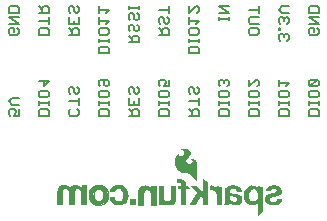
<source format=gbr>
G04 EAGLE Gerber RS-274X export*
G75*
%MOMM*%
%FSLAX34Y34*%
%LPD*%
%INSilkscreen Bottom*%
%IPPOS*%
%AMOC8*
5,1,8,0,0,1.08239X$1,22.5*%
G01*
%ADD10C,0.152400*%
%ADD11C,0.025400*%
%ADD12R,0.495300X0.485100*%

G36*
X193364Y36367D02*
X193364Y36367D01*
X193406Y36382D01*
X193408Y36387D01*
X193412Y36389D01*
X193441Y36462D01*
X193445Y36473D01*
X193445Y36474D01*
X193445Y51638D01*
X193443Y51643D01*
X193445Y51649D01*
X193375Y52480D01*
X193369Y52491D01*
X193370Y52506D01*
X193130Y53305D01*
X193122Y53315D01*
X193120Y53329D01*
X192719Y54061D01*
X192709Y54069D01*
X192704Y54082D01*
X192234Y54632D01*
X192223Y54637D01*
X192216Y54649D01*
X191646Y55094D01*
X191634Y55097D01*
X191624Y55107D01*
X190976Y55428D01*
X190964Y55429D01*
X190952Y55437D01*
X190253Y55621D01*
X190242Y55620D01*
X190231Y55625D01*
X189291Y55698D01*
X189282Y55695D01*
X189271Y55698D01*
X188331Y55625D01*
X188327Y55623D01*
X188321Y55624D01*
X187838Y55548D01*
X187799Y55523D01*
X187759Y55502D01*
X187758Y55498D01*
X187755Y55496D01*
X187745Y55451D01*
X187733Y55407D01*
X187735Y55403D01*
X187734Y55399D01*
X187759Y55361D01*
X187783Y55322D01*
X187787Y55321D01*
X187789Y55318D01*
X187830Y55309D01*
X187870Y55297D01*
X188028Y55313D01*
X188166Y55285D01*
X188299Y55214D01*
X189123Y54615D01*
X189241Y54501D01*
X189313Y54363D01*
X189406Y53948D01*
X189406Y53520D01*
X189313Y53104D01*
X189107Y52700D01*
X188794Y52372D01*
X188188Y52007D01*
X187510Y51800D01*
X186799Y51765D01*
X186189Y51862D01*
X185603Y52060D01*
X185060Y52353D01*
X184635Y52718D01*
X184320Y53178D01*
X184134Y53703D01*
X184091Y54259D01*
X184193Y54807D01*
X184433Y55310D01*
X184803Y55745D01*
X185001Y55955D01*
X185596Y56586D01*
X186191Y57217D01*
X186256Y57286D01*
X186259Y57296D01*
X186268Y57302D01*
X187455Y59060D01*
X187457Y59073D01*
X187467Y59083D01*
X187747Y59771D01*
X187746Y59786D01*
X187755Y59801D01*
X187854Y60536D01*
X187850Y60551D01*
X187855Y60568D01*
X187768Y61305D01*
X187760Y61318D01*
X187760Y61336D01*
X187493Y62028D01*
X187482Y62039D01*
X187478Y62056D01*
X187047Y62659D01*
X187037Y62666D01*
X187031Y62678D01*
X186335Y63336D01*
X186327Y63339D01*
X186322Y63347D01*
X185545Y63907D01*
X185535Y63910D01*
X185527Y63918D01*
X184747Y64306D01*
X184735Y64307D01*
X184724Y64315D01*
X183884Y64546D01*
X183872Y64545D01*
X183860Y64551D01*
X182992Y64617D01*
X182982Y64613D01*
X182970Y64617D01*
X182070Y64531D01*
X182061Y64527D01*
X182051Y64528D01*
X181173Y64308D01*
X181165Y64302D01*
X181153Y64301D01*
X180925Y64200D01*
X180569Y64048D01*
X180568Y64048D01*
X180064Y63827D01*
X180054Y63816D01*
X180037Y63811D01*
X179602Y63473D01*
X179599Y63466D01*
X179591Y63462D01*
X179566Y63437D01*
X179563Y63436D01*
X179528Y63344D01*
X179569Y63255D01*
X179654Y63222D01*
X180257Y63222D01*
X180768Y63165D01*
X181258Y63026D01*
X181739Y62771D01*
X182134Y62401D01*
X182420Y61941D01*
X182577Y61422D01*
X182589Y61119D01*
X182530Y60819D01*
X182324Y60325D01*
X182041Y59867D01*
X181690Y59457D01*
X181278Y59103D01*
X180376Y58452D01*
X179888Y58203D01*
X179359Y58105D01*
X178820Y58163D01*
X178646Y58228D01*
X178285Y58477D01*
X178011Y58816D01*
X177967Y58919D01*
X177951Y59039D01*
X177951Y59919D01*
X177934Y59960D01*
X177920Y60002D01*
X177915Y60005D01*
X177913Y60010D01*
X177872Y60026D01*
X177832Y60045D01*
X177826Y60043D01*
X177821Y60045D01*
X177794Y60033D01*
X177745Y60017D01*
X176619Y59096D01*
X176613Y59084D01*
X176601Y59077D01*
X175694Y57940D01*
X175691Y57929D01*
X175682Y57921D01*
X175180Y56987D01*
X175179Y56977D01*
X175173Y56969D01*
X174815Y55972D01*
X174815Y55962D01*
X174810Y55953D01*
X174603Y54914D01*
X174605Y54904D01*
X174604Y54902D01*
X174605Y54902D01*
X174601Y54893D01*
X174541Y52965D01*
X174545Y52954D01*
X174542Y52942D01*
X174830Y51035D01*
X174836Y51025D01*
X174836Y51013D01*
X175464Y49189D01*
X175471Y49180D01*
X175473Y49168D01*
X176420Y47487D01*
X176428Y47481D01*
X176431Y47470D01*
X177316Y46363D01*
X177323Y46360D01*
X177325Y46354D01*
X177326Y46354D01*
X177328Y46350D01*
X178359Y45378D01*
X178367Y45375D01*
X178373Y45367D01*
X179530Y44550D01*
X179540Y44548D01*
X179548Y44540D01*
X180778Y43940D01*
X180789Y43939D01*
X180799Y43931D01*
X182118Y43563D01*
X182129Y43565D01*
X182140Y43559D01*
X183504Y43435D01*
X183509Y43437D01*
X183515Y43435D01*
X185790Y43435D01*
X186158Y43370D01*
X186509Y43243D01*
X187499Y42654D01*
X188353Y41872D01*
X193225Y36390D01*
X193229Y36388D01*
X193231Y36383D01*
X193273Y36367D01*
X193314Y36348D01*
X193318Y36350D01*
X193323Y36348D01*
X193364Y36367D01*
G37*
G36*
X244731Y7673D02*
X244731Y7673D01*
X244733Y7672D01*
X244754Y7681D01*
X244814Y7704D01*
X248954Y11438D01*
X248956Y11444D01*
X248962Y11447D01*
X248986Y11507D01*
X248995Y11528D01*
X248994Y11530D01*
X248995Y11532D01*
X248995Y32106D01*
X248980Y32143D01*
X248970Y32182D01*
X248961Y32188D01*
X248957Y32197D01*
X248929Y32208D01*
X248893Y32230D01*
X245007Y32966D01*
X244992Y32963D01*
X244977Y32968D01*
X244945Y32953D01*
X244910Y32945D01*
X244902Y32932D01*
X244889Y32926D01*
X244874Y32887D01*
X244858Y32862D01*
X244861Y32851D01*
X244857Y32840D01*
X244881Y30923D01*
X244747Y31072D01*
X244746Y31073D01*
X244746Y31074D01*
X243857Y32039D01*
X243851Y32041D01*
X243847Y32048D01*
X243504Y32349D01*
X243493Y32353D01*
X243485Y32363D01*
X243091Y32596D01*
X243082Y32597D01*
X243074Y32604D01*
X241753Y33137D01*
X241742Y33137D01*
X241732Y33144D01*
X241250Y33246D01*
X241238Y33243D01*
X241226Y33248D01*
X239245Y33273D01*
X239234Y33269D01*
X239222Y33271D01*
X238137Y33088D01*
X238127Y33081D01*
X238113Y33081D01*
X237088Y32681D01*
X237081Y32673D01*
X237069Y32671D01*
X236167Y32130D01*
X236162Y32124D01*
X236153Y32121D01*
X235329Y31468D01*
X235323Y31458D01*
X235313Y31453D01*
X234521Y30563D01*
X234517Y30550D01*
X234505Y30541D01*
X233926Y29500D01*
X233924Y29488D01*
X233916Y29477D01*
X233242Y27364D01*
X233243Y27353D01*
X233237Y27342D01*
X232954Y25142D01*
X232957Y25131D01*
X232953Y25119D01*
X233071Y22904D01*
X233076Y22894D01*
X233074Y22882D01*
X233397Y21506D01*
X233404Y21497D01*
X233404Y21485D01*
X233960Y20185D01*
X233968Y20177D01*
X233970Y20166D01*
X234742Y18981D01*
X234751Y18975D01*
X234756Y18964D01*
X235413Y18257D01*
X235423Y18253D01*
X235429Y18243D01*
X236197Y17658D01*
X236208Y17656D01*
X236215Y17647D01*
X237071Y17201D01*
X237082Y17200D01*
X237091Y17192D01*
X238010Y16898D01*
X238020Y16899D01*
X238030Y16893D01*
X239242Y16704D01*
X239251Y16706D01*
X239260Y16703D01*
X240487Y16686D01*
X240495Y16689D01*
X240505Y16687D01*
X241722Y16842D01*
X241732Y16847D01*
X241744Y16847D01*
X242588Y17111D01*
X242598Y17119D01*
X242613Y17122D01*
X243382Y17559D01*
X243390Y17569D01*
X243404Y17574D01*
X244064Y18164D01*
X244070Y18176D01*
X244082Y18184D01*
X244602Y18900D01*
X244603Y18902D01*
X244603Y7798D01*
X244621Y7754D01*
X244638Y7711D01*
X244640Y7710D01*
X244641Y7707D01*
X244685Y7690D01*
X244729Y7672D01*
X244731Y7673D01*
G37*
G36*
X79301Y17020D02*
X79301Y17020D01*
X79303Y17019D01*
X79346Y17039D01*
X79390Y17057D01*
X79390Y17059D01*
X79392Y17060D01*
X79425Y17145D01*
X79425Y27424D01*
X79532Y28304D01*
X79844Y29126D01*
X80105Y29510D01*
X80448Y29823D01*
X80854Y30049D01*
X81302Y30177D01*
X82206Y30245D01*
X83109Y30153D01*
X83519Y30027D01*
X83891Y29817D01*
X83906Y29803D01*
X84047Y29677D01*
X84187Y29550D01*
X84209Y29531D01*
X84594Y29003D01*
X84867Y28408D01*
X85016Y27769D01*
X85091Y26666D01*
X85091Y17145D01*
X85092Y17143D01*
X85091Y17141D01*
X85111Y17098D01*
X85129Y17054D01*
X85131Y17054D01*
X85132Y17052D01*
X85217Y17019D01*
X89535Y17019D01*
X89537Y17020D01*
X89539Y17019D01*
X89582Y17039D01*
X89626Y17057D01*
X89626Y17059D01*
X89628Y17060D01*
X89661Y17145D01*
X89661Y27704D01*
X89741Y28367D01*
X89972Y28986D01*
X90342Y29533D01*
X90689Y29851D01*
X91098Y30084D01*
X91548Y30220D01*
X92025Y30252D01*
X92873Y30202D01*
X93313Y30120D01*
X93717Y29942D01*
X94072Y29676D01*
X94891Y28732D01*
X95175Y28194D01*
X95306Y27603D01*
X95276Y26981D01*
X95277Y26978D01*
X95276Y26975D01*
X95276Y17170D01*
X95277Y17168D01*
X95276Y17166D01*
X95296Y17123D01*
X95314Y17079D01*
X95316Y17079D01*
X95317Y17077D01*
X95402Y17044D01*
X99720Y17044D01*
X99722Y17045D01*
X99724Y17044D01*
X99767Y17064D01*
X99811Y17082D01*
X99811Y17084D01*
X99813Y17085D01*
X99846Y17170D01*
X99846Y33223D01*
X99845Y33225D01*
X99846Y33227D01*
X99826Y33270D01*
X99808Y33314D01*
X99806Y33314D01*
X99805Y33316D01*
X99720Y33349D01*
X95733Y33349D01*
X95731Y33348D01*
X95729Y33349D01*
X95686Y33329D01*
X95642Y33311D01*
X95642Y33309D01*
X95640Y33308D01*
X95607Y33223D01*
X95607Y31170D01*
X95576Y31177D01*
X95274Y31573D01*
X95268Y31576D01*
X95265Y31584D01*
X94503Y32371D01*
X94495Y32374D01*
X94491Y32381D01*
X93729Y32993D01*
X93715Y32997D01*
X93703Y33010D01*
X92813Y33414D01*
X92801Y33414D01*
X92790Y33422D01*
X91698Y33676D01*
X91689Y33675D01*
X91681Y33679D01*
X90309Y33806D01*
X90299Y33803D01*
X90288Y33806D01*
X89331Y33737D01*
X89320Y33731D01*
X89306Y33732D01*
X88383Y33472D01*
X88373Y33464D01*
X88360Y33462D01*
X87570Y33059D01*
X87562Y33050D01*
X87549Y33046D01*
X86851Y32500D01*
X86845Y32489D01*
X86833Y32483D01*
X86251Y31814D01*
X86248Y31802D01*
X86237Y31794D01*
X85857Y31136D01*
X85815Y31178D01*
X85360Y31659D01*
X85357Y31660D01*
X85356Y31663D01*
X84568Y32422D01*
X84559Y32425D01*
X84554Y32434D01*
X83665Y33072D01*
X83654Y33074D01*
X83646Y33082D01*
X82841Y33476D01*
X82829Y33476D01*
X82818Y33484D01*
X81953Y33716D01*
X81941Y33714D01*
X81929Y33720D01*
X81035Y33781D01*
X81026Y33778D01*
X81015Y33781D01*
X79736Y33674D01*
X79729Y33670D01*
X79722Y33672D01*
X78462Y33423D01*
X78453Y33417D01*
X78441Y33417D01*
X77575Y33091D01*
X77565Y33081D01*
X77550Y33078D01*
X76776Y32571D01*
X76769Y32559D01*
X76755Y32553D01*
X76109Y31889D01*
X76106Y31879D01*
X76102Y31878D01*
X76101Y31874D01*
X76093Y31868D01*
X75505Y30929D01*
X75503Y30916D01*
X75493Y30906D01*
X75107Y29867D01*
X75108Y29854D01*
X75101Y29842D01*
X74932Y28746D01*
X74935Y28737D01*
X74931Y28727D01*
X74931Y17145D01*
X74932Y17143D01*
X74931Y17141D01*
X74951Y17098D01*
X74969Y17054D01*
X74971Y17054D01*
X74972Y17052D01*
X75057Y17019D01*
X79299Y17019D01*
X79301Y17020D01*
G37*
G36*
X227181Y16689D02*
X227181Y16689D01*
X227192Y16694D01*
X227206Y16692D01*
X228578Y17000D01*
X228589Y17008D01*
X228604Y17009D01*
X229873Y17615D01*
X229882Y17625D01*
X229896Y17629D01*
X230344Y17971D01*
X230350Y17981D01*
X230362Y17987D01*
X230739Y18407D01*
X230743Y18418D01*
X230753Y18426D01*
X231045Y18909D01*
X231047Y18920D01*
X231055Y18930D01*
X231428Y19923D01*
X231428Y19934D01*
X231434Y19945D01*
X231623Y20989D01*
X231620Y21000D01*
X231625Y21012D01*
X231622Y22073D01*
X231619Y22080D01*
X231621Y22083D01*
X231618Y22090D01*
X231619Y22100D01*
X231413Y23041D01*
X231404Y23053D01*
X231403Y23070D01*
X230974Y23932D01*
X230964Y23941D01*
X230959Y23956D01*
X230461Y24565D01*
X230456Y24568D01*
X230454Y24572D01*
X230448Y24574D01*
X230443Y24583D01*
X229833Y25081D01*
X229821Y25084D01*
X229812Y25095D01*
X229116Y25461D01*
X229105Y25462D01*
X229096Y25469D01*
X227611Y25953D01*
X227603Y25952D01*
X227594Y25957D01*
X226057Y26235D01*
X226053Y26234D01*
X226048Y26237D01*
X223842Y26465D01*
X222536Y26691D01*
X222067Y26856D01*
X221639Y27102D01*
X221355Y27363D01*
X221295Y27450D01*
X221253Y27547D01*
X221142Y28068D01*
X221142Y28599D01*
X221253Y29120D01*
X221392Y29434D01*
X221591Y29713D01*
X221844Y29947D01*
X222158Y30140D01*
X222504Y30268D01*
X222873Y30329D01*
X224228Y30379D01*
X224815Y30325D01*
X225376Y30160D01*
X225840Y29905D01*
X226230Y29549D01*
X226525Y29111D01*
X226709Y28616D01*
X226772Y28085D01*
X226772Y28042D01*
X226773Y28040D01*
X226772Y28038D01*
X226792Y27995D01*
X226810Y27951D01*
X226812Y27951D01*
X226813Y27949D01*
X226898Y27916D01*
X231039Y27916D01*
X231040Y27914D01*
X231082Y27904D01*
X231124Y27890D01*
X231130Y27893D01*
X231136Y27892D01*
X231161Y27908D01*
X231206Y27929D01*
X231231Y27954D01*
X231231Y27955D01*
X231247Y27997D01*
X231266Y28046D01*
X231266Y28047D01*
X231246Y28089D01*
X231227Y28132D01*
X231105Y29023D01*
X231099Y29034D01*
X231099Y29049D01*
X230765Y29990D01*
X230756Y30000D01*
X230753Y30014D01*
X230234Y30867D01*
X230223Y30875D01*
X230218Y30888D01*
X229535Y31618D01*
X229523Y31623D01*
X229515Y31635D01*
X228698Y32209D01*
X228686Y32212D01*
X228677Y32221D01*
X227519Y32750D01*
X227509Y32750D01*
X227500Y32757D01*
X226271Y33091D01*
X226262Y33090D01*
X226253Y33094D01*
X224513Y33308D01*
X224505Y33305D01*
X224497Y33308D01*
X222743Y33300D01*
X222736Y33297D01*
X222727Y33299D01*
X220988Y33069D01*
X220980Y33064D01*
X220969Y33065D01*
X219555Y32640D01*
X219546Y32632D01*
X219532Y32631D01*
X218229Y31937D01*
X218220Y31927D01*
X218206Y31922D01*
X217644Y31439D01*
X217637Y31425D01*
X217623Y31416D01*
X217196Y30811D01*
X217193Y30796D01*
X217181Y30784D01*
X216914Y30093D01*
X216915Y30078D01*
X216907Y30063D01*
X216816Y29328D01*
X216818Y29320D01*
X216815Y29312D01*
X216815Y24486D01*
X216816Y24484D01*
X216815Y24482D01*
X216822Y24467D01*
X216790Y24383D01*
X216815Y20045D01*
X216713Y18708D01*
X216364Y17413D01*
X216290Y17214D01*
X216291Y17189D01*
X216282Y17166D01*
X216293Y17142D01*
X216294Y17116D01*
X216313Y17099D01*
X216323Y17077D01*
X216350Y17066D01*
X216368Y17050D01*
X216387Y17052D01*
X216408Y17044D01*
X220442Y17044D01*
X220478Y17041D01*
X220506Y17050D01*
X220546Y17054D01*
X220583Y17073D01*
X220602Y17095D01*
X220634Y17119D01*
X220656Y17155D01*
X220658Y17172D01*
X220670Y17188D01*
X220746Y17468D01*
X220745Y17471D01*
X220747Y17474D01*
X220974Y18503D01*
X220984Y18526D01*
X220990Y18532D01*
X220998Y18534D01*
X221007Y18533D01*
X221031Y18517D01*
X221858Y17814D01*
X221869Y17810D01*
X221878Y17800D01*
X222829Y17260D01*
X222840Y17259D01*
X222850Y17251D01*
X223885Y16898D01*
X223897Y16899D01*
X223907Y16893D01*
X225525Y16652D01*
X225535Y16655D01*
X225546Y16651D01*
X227181Y16689D01*
G37*
G36*
X202314Y16918D02*
X202314Y16918D01*
X202317Y16917D01*
X202400Y16954D01*
X202451Y17005D01*
X202453Y17008D01*
X202455Y17009D01*
X202488Y17094D01*
X202488Y36424D01*
X202480Y36443D01*
X202482Y36463D01*
X202461Y36490D01*
X202450Y36515D01*
X202436Y36520D01*
X202425Y36534D01*
X198285Y38896D01*
X198250Y38900D01*
X198218Y38912D01*
X198203Y38905D01*
X198187Y38907D01*
X198160Y38885D01*
X198129Y38871D01*
X198122Y38855D01*
X198110Y38845D01*
X198108Y38818D01*
X198096Y38786D01*
X198096Y27356D01*
X192621Y32830D01*
X192618Y32832D01*
X192617Y32834D01*
X192532Y32867D01*
X187858Y32867D01*
X187856Y32867D01*
X187855Y32867D01*
X187811Y32847D01*
X187767Y32829D01*
X187767Y32827D01*
X187765Y32826D01*
X187749Y32782D01*
X187732Y32737D01*
X187733Y32735D01*
X187732Y32734D01*
X187770Y32651D01*
X193461Y27085D01*
X186864Y17190D01*
X186857Y17152D01*
X186843Y17115D01*
X186848Y17105D01*
X186846Y17093D01*
X186868Y17062D01*
X186885Y17026D01*
X186896Y17022D01*
X186902Y17013D01*
X186932Y17008D01*
X186970Y16994D01*
X192050Y17019D01*
X192067Y17026D01*
X192085Y17024D01*
X192114Y17046D01*
X192140Y17058D01*
X192145Y17070D01*
X192157Y17080D01*
X196390Y24058D01*
X198045Y22451D01*
X198045Y17043D01*
X198046Y17041D01*
X198045Y17039D01*
X198065Y16996D01*
X198083Y16952D01*
X198085Y16952D01*
X198086Y16950D01*
X198171Y16917D01*
X202311Y16917D01*
X202314Y16918D01*
G37*
G36*
X170746Y16617D02*
X170746Y16617D01*
X170757Y16614D01*
X171790Y16761D01*
X171801Y16767D01*
X171814Y16767D01*
X172800Y17110D01*
X172809Y17118D01*
X172822Y17120D01*
X173724Y17646D01*
X173731Y17656D01*
X173744Y17661D01*
X173998Y17889D01*
X174004Y17900D01*
X174015Y17908D01*
X174676Y18793D01*
X174678Y18804D01*
X174688Y18813D01*
X175176Y19803D01*
X175176Y19815D01*
X175184Y19825D01*
X175484Y20888D01*
X175482Y20899D01*
X175488Y20911D01*
X175589Y22010D01*
X175587Y22016D01*
X175589Y22022D01*
X175589Y32817D01*
X175588Y32819D01*
X175589Y32821D01*
X175569Y32864D01*
X175551Y32908D01*
X175549Y32908D01*
X175548Y32910D01*
X175463Y32943D01*
X171323Y32943D01*
X171321Y32942D01*
X171319Y32943D01*
X171276Y32923D01*
X171232Y32905D01*
X171232Y32903D01*
X171230Y32902D01*
X171197Y32817D01*
X171197Y22820D01*
X171048Y21990D01*
X170705Y21222D01*
X170433Y20860D01*
X170092Y20559D01*
X169697Y20334D01*
X169008Y20111D01*
X168289Y20031D01*
X167568Y20098D01*
X166877Y20310D01*
X166367Y20598D01*
X165936Y20995D01*
X165609Y21480D01*
X165400Y22030D01*
X165175Y23234D01*
X165099Y24464D01*
X165099Y32766D01*
X165098Y32768D01*
X165099Y32770D01*
X165079Y32813D01*
X165061Y32857D01*
X165059Y32857D01*
X165058Y32859D01*
X164973Y32892D01*
X160757Y32892D01*
X160755Y32891D01*
X160753Y32892D01*
X160710Y32872D01*
X160666Y32854D01*
X160666Y32852D01*
X160664Y32851D01*
X160631Y32766D01*
X160631Y17145D01*
X160632Y17143D01*
X160631Y17141D01*
X160651Y17098D01*
X160669Y17054D01*
X160671Y17054D01*
X160672Y17052D01*
X160757Y17019D01*
X164770Y17019D01*
X164772Y17020D01*
X164774Y17019D01*
X164817Y17039D01*
X164861Y17057D01*
X164861Y17059D01*
X164863Y17060D01*
X164896Y17145D01*
X164896Y19202D01*
X165403Y18561D01*
X165411Y18557D01*
X165415Y18548D01*
X166242Y17763D01*
X166251Y17760D01*
X166256Y17752D01*
X167186Y17093D01*
X167195Y17091D01*
X167203Y17083D01*
X167448Y16961D01*
X167459Y16960D01*
X167468Y16953D01*
X167730Y16872D01*
X167739Y16873D01*
X167748Y16868D01*
X169226Y16645D01*
X169234Y16647D01*
X169242Y16643D01*
X170736Y16613D01*
X170746Y16617D01*
G37*
G36*
X158269Y16944D02*
X158269Y16944D01*
X158271Y16943D01*
X158314Y16963D01*
X158358Y16981D01*
X158358Y16983D01*
X158360Y16984D01*
X158393Y17069D01*
X158393Y32791D01*
X158392Y32793D01*
X158393Y32795D01*
X158373Y32838D01*
X158355Y32882D01*
X158353Y32882D01*
X158352Y32884D01*
X158267Y32917D01*
X154229Y32917D01*
X154227Y32916D01*
X154225Y32917D01*
X154182Y32897D01*
X154138Y32879D01*
X154138Y32877D01*
X154136Y32876D01*
X154103Y32791D01*
X154103Y30723D01*
X154061Y30752D01*
X153947Y30888D01*
X153670Y31266D01*
X153666Y31268D01*
X153664Y31273D01*
X153262Y31746D01*
X153255Y31750D01*
X153251Y31758D01*
X153056Y31934D01*
X152916Y32060D01*
X152790Y32174D01*
X152780Y32177D01*
X152772Y32187D01*
X151874Y32754D01*
X151861Y32757D01*
X151850Y32766D01*
X150854Y33135D01*
X150841Y33135D01*
X150828Y33142D01*
X149776Y33297D01*
X149766Y33294D01*
X149755Y33298D01*
X147749Y33248D01*
X147739Y33244D01*
X147726Y33246D01*
X146749Y33040D01*
X146737Y33032D01*
X146721Y33031D01*
X145816Y32609D01*
X145807Y32598D01*
X145792Y32594D01*
X145007Y31976D01*
X145001Y31965D01*
X144989Y31959D01*
X144500Y31384D01*
X144497Y31373D01*
X144487Y31366D01*
X144103Y30717D01*
X144101Y30706D01*
X144093Y30697D01*
X143824Y29992D01*
X143824Y29983D01*
X143819Y29974D01*
X143579Y28867D01*
X143581Y28858D01*
X143577Y28850D01*
X143486Y27721D01*
X143488Y27716D01*
X143486Y27711D01*
X143486Y17170D01*
X143487Y17168D01*
X143486Y17166D01*
X143506Y17123D01*
X143524Y17079D01*
X143526Y17079D01*
X143527Y17077D01*
X143612Y17044D01*
X147701Y17044D01*
X147703Y17045D01*
X147705Y17044D01*
X147748Y17064D01*
X147792Y17082D01*
X147792Y17084D01*
X147794Y17085D01*
X147827Y17170D01*
X147827Y26816D01*
X147892Y27534D01*
X148083Y28222D01*
X148393Y28864D01*
X148689Y29251D01*
X149063Y29560D01*
X149498Y29777D01*
X149798Y29854D01*
X150114Y29871D01*
X151219Y29821D01*
X151775Y29734D01*
X152291Y29530D01*
X152748Y29216D01*
X153265Y28647D01*
X153628Y27968D01*
X153845Y27218D01*
X153925Y26435D01*
X153925Y17069D01*
X153926Y17067D01*
X153925Y17065D01*
X153945Y17022D01*
X153963Y16978D01*
X153965Y16978D01*
X153966Y16976D01*
X154051Y16943D01*
X158267Y16943D01*
X158269Y16944D01*
G37*
G36*
X109983Y16872D02*
X109983Y16872D01*
X109999Y16868D01*
X112996Y17274D01*
X113017Y17286D01*
X113046Y17292D01*
X115891Y19070D01*
X115905Y19091D01*
X115930Y19109D01*
X117530Y21598D01*
X117534Y21621D01*
X117549Y21646D01*
X118159Y25532D01*
X118153Y25554D01*
X118157Y25580D01*
X117344Y29136D01*
X117329Y29157D01*
X117320Y29186D01*
X115186Y31904D01*
X115164Y31916D01*
X115143Y31939D01*
X111765Y33616D01*
X111745Y33617D01*
X111724Y33628D01*
X110251Y33805D01*
X110244Y33803D01*
X110236Y33806D01*
X110185Y33806D01*
X110165Y33798D01*
X110139Y33797D01*
X110012Y33747D01*
X109991Y33727D01*
X109965Y33715D01*
X109956Y33693D01*
X109941Y33679D01*
X109942Y33655D01*
X109932Y33630D01*
X109932Y30709D01*
X109949Y30669D01*
X109961Y30628D01*
X109968Y30624D01*
X109970Y30618D01*
X109998Y30607D01*
X110041Y30584D01*
X111136Y30434D01*
X112284Y29799D01*
X113072Y28715D01*
X113468Y27826D01*
X113742Y26352D01*
X113793Y24493D01*
X113618Y23245D01*
X113243Y22096D01*
X112705Y21069D01*
X111057Y20061D01*
X109309Y19839D01*
X107558Y20431D01*
X107488Y20495D01*
X107210Y20748D01*
X106932Y21000D01*
X106793Y21126D01*
X106516Y21379D01*
X106515Y21379D01*
X106479Y21412D01*
X105936Y22622D01*
X105561Y24170D01*
X105561Y25595D01*
X105812Y27524D01*
X106556Y29136D01*
X107390Y29945D01*
X108343Y30458D01*
X109530Y30557D01*
X109626Y30557D01*
X109629Y30558D01*
X109632Y30557D01*
X109674Y30577D01*
X109717Y30595D01*
X109718Y30598D01*
X109721Y30600D01*
X109752Y30685D01*
X109726Y32273D01*
X109723Y32399D01*
X109723Y32400D01*
X109721Y32526D01*
X109719Y32652D01*
X109717Y32778D01*
X109715Y32904D01*
X109715Y32905D01*
X109713Y33031D01*
X109711Y33157D01*
X109709Y33283D01*
X109706Y33409D01*
X109706Y33410D01*
X109704Y33536D01*
X109702Y33657D01*
X109698Y33666D01*
X109701Y33675D01*
X109679Y33710D01*
X109662Y33747D01*
X109654Y33750D01*
X109649Y33758D01*
X109597Y33771D01*
X109570Y33781D01*
X109565Y33779D01*
X109560Y33780D01*
X107553Y33526D01*
X107542Y33520D01*
X107528Y33520D01*
X105902Y32961D01*
X105890Y32950D01*
X105871Y32946D01*
X103890Y31575D01*
X103882Y31562D01*
X103866Y31553D01*
X102774Y30283D01*
X102769Y30267D01*
X102755Y30252D01*
X101714Y27915D01*
X101713Y27898D01*
X101704Y27880D01*
X101424Y25695D01*
X101428Y25680D01*
X101424Y25664D01*
X101678Y23556D01*
X101682Y23548D01*
X101681Y23537D01*
X102367Y21073D01*
X102378Y21059D01*
X102382Y21040D01*
X103195Y19745D01*
X103207Y19736D01*
X103215Y19721D01*
X104409Y18578D01*
X104418Y18574D01*
X104423Y18566D01*
X105540Y17779D01*
X105557Y17775D01*
X105572Y17763D01*
X107426Y17128D01*
X107440Y17129D01*
X107454Y17121D01*
X109969Y16867D01*
X109983Y16872D01*
G37*
G36*
X257964Y16665D02*
X257964Y16665D01*
X257971Y16663D01*
X260537Y16841D01*
X260546Y16846D01*
X260556Y16844D01*
X261477Y17056D01*
X261488Y17064D01*
X261502Y17065D01*
X262359Y17462D01*
X262365Y17469D01*
X262374Y17471D01*
X263568Y18233D01*
X263573Y18239D01*
X263581Y18242D01*
X264096Y18673D01*
X264101Y18684D01*
X264113Y18690D01*
X264533Y19214D01*
X264537Y19225D01*
X264547Y19234D01*
X264856Y19830D01*
X264857Y19839D01*
X264864Y19847D01*
X265296Y21117D01*
X265295Y21127D01*
X265300Y21136D01*
X265402Y21720D01*
X265401Y21727D01*
X265404Y21733D01*
X265429Y22089D01*
X265428Y22093D01*
X265429Y22096D01*
X265428Y22098D01*
X265429Y22102D01*
X265417Y22128D01*
X265414Y22158D01*
X265413Y22159D01*
X265413Y22160D01*
X265402Y22169D01*
X265397Y22182D01*
X265391Y22185D01*
X265388Y22191D01*
X265358Y22203D01*
X265338Y22219D01*
X265336Y22219D01*
X265335Y22220D01*
X265320Y22219D01*
X265308Y22224D01*
X265306Y22223D01*
X265303Y22224D01*
X261442Y22224D01*
X261440Y22223D01*
X261438Y22224D01*
X261395Y22204D01*
X261351Y22186D01*
X261351Y22184D01*
X261349Y22183D01*
X261316Y22098D01*
X261316Y22051D01*
X261287Y21554D01*
X261141Y21092D01*
X260885Y20678D01*
X260781Y20573D01*
X260655Y20447D01*
X260443Y20235D01*
X259916Y19898D01*
X259329Y19681D01*
X258767Y19608D01*
X257437Y19608D01*
X256834Y19682D01*
X256267Y19879D01*
X255754Y20191D01*
X255467Y20475D01*
X255258Y20820D01*
X255141Y21205D01*
X255124Y21609D01*
X255209Y22004D01*
X255390Y22366D01*
X255655Y22670D01*
X255991Y22901D01*
X257098Y23371D01*
X258272Y23677D01*
X261903Y24540D01*
X261910Y24545D01*
X261919Y24545D01*
X262727Y24851D01*
X262734Y24857D01*
X262744Y24859D01*
X263495Y25286D01*
X263501Y25293D01*
X263511Y25297D01*
X264188Y25834D01*
X264193Y25844D01*
X264204Y25850D01*
X264541Y26235D01*
X264545Y26248D01*
X264556Y26257D01*
X264805Y26704D01*
X264806Y26717D01*
X264815Y26728D01*
X264967Y27217D01*
X264965Y27229D01*
X264972Y27242D01*
X265077Y28378D01*
X265074Y28391D01*
X265077Y28404D01*
X264948Y29538D01*
X264942Y29549D01*
X264943Y29563D01*
X264585Y30647D01*
X264577Y30656D01*
X264575Y30670D01*
X264276Y31192D01*
X264266Y31199D01*
X264261Y31212D01*
X263867Y31667D01*
X263856Y31672D01*
X263849Y31684D01*
X263373Y32053D01*
X263362Y32056D01*
X263353Y32065D01*
X262072Y32719D01*
X262061Y32720D01*
X262051Y32727D01*
X260673Y33138D01*
X260662Y33137D01*
X260650Y33143D01*
X259221Y33298D01*
X259214Y33296D01*
X259207Y33298D01*
X257404Y33298D01*
X257398Y33296D01*
X257391Y33298D01*
X255998Y33158D01*
X255989Y33153D01*
X255978Y33154D01*
X254627Y32786D01*
X254618Y32779D01*
X254604Y32777D01*
X253507Y32239D01*
X253498Y32229D01*
X253484Y32225D01*
X252525Y31468D01*
X252519Y31458D01*
X252508Y31453D01*
X252160Y31057D01*
X252158Y31052D01*
X252157Y31052D01*
X252156Y31048D01*
X252148Y31042D01*
X251862Y30600D01*
X251860Y30590D01*
X251853Y30583D01*
X251497Y29795D01*
X251497Y29790D01*
X251493Y29786D01*
X251290Y29228D01*
X251292Y29204D01*
X251287Y29192D01*
X251290Y29185D01*
X251285Y29160D01*
X251294Y29146D01*
X251285Y29134D01*
X251287Y29128D01*
X251283Y29121D01*
X251207Y28410D01*
X251209Y28404D01*
X251208Y28400D01*
X251209Y28398D01*
X251207Y28393D01*
X251224Y28356D01*
X251236Y28316D01*
X251244Y28312D01*
X251248Y28304D01*
X251298Y28284D01*
X251324Y28271D01*
X251328Y28273D01*
X251333Y28271D01*
X255219Y28271D01*
X255263Y28289D01*
X255307Y28307D01*
X255308Y28308D01*
X255310Y28309D01*
X255317Y28328D01*
X255345Y28389D01*
X255361Y28649D01*
X255416Y28892D01*
X255566Y29244D01*
X255784Y29557D01*
X256060Y29821D01*
X256482Y30092D01*
X256949Y30281D01*
X257445Y30379D01*
X258293Y30423D01*
X259141Y30379D01*
X259590Y30294D01*
X260014Y30137D01*
X260315Y29942D01*
X260548Y29674D01*
X260703Y29332D01*
X260751Y28960D01*
X260686Y28591D01*
X260502Y28230D01*
X260267Y27987D01*
X260219Y27937D01*
X259544Y27521D01*
X258792Y27249D01*
X256769Y26845D01*
X256768Y26844D01*
X256767Y26844D01*
X255044Y26463D01*
X255037Y26458D01*
X255028Y26458D01*
X253372Y25848D01*
X253366Y25842D01*
X253356Y25841D01*
X252600Y25436D01*
X252594Y25429D01*
X252585Y25426D01*
X251893Y24918D01*
X251888Y24908D01*
X251876Y24903D01*
X251544Y24553D01*
X251539Y24541D01*
X251528Y24532D01*
X251276Y24120D01*
X251274Y24106D01*
X251264Y24094D01*
X250927Y23091D01*
X250928Y23076D01*
X250920Y23062D01*
X250826Y22007D01*
X250829Y21998D01*
X250826Y21987D01*
X250902Y20946D01*
X250906Y20938D01*
X250905Y20928D01*
X251048Y20264D01*
X251054Y20254D01*
X251055Y20241D01*
X251321Y19616D01*
X251329Y19607D01*
X251332Y19595D01*
X251711Y19031D01*
X251721Y19024D01*
X251726Y19013D01*
X252452Y18270D01*
X252462Y18266D01*
X252468Y18255D01*
X253312Y17649D01*
X253322Y17647D01*
X253331Y17638D01*
X254266Y17187D01*
X254277Y17186D01*
X254287Y17179D01*
X255287Y16897D01*
X255295Y16898D01*
X255304Y16893D01*
X256618Y16711D01*
X256625Y16713D01*
X256631Y16710D01*
X257958Y16663D01*
X257964Y16665D01*
G37*
G36*
X128162Y16762D02*
X128162Y16762D01*
X128169Y16765D01*
X128177Y16764D01*
X129740Y17046D01*
X129748Y17051D01*
X129758Y17050D01*
X130828Y17405D01*
X130836Y17411D01*
X130847Y17413D01*
X131844Y17939D01*
X131851Y17947D01*
X131862Y17951D01*
X132758Y18635D01*
X132763Y18644D01*
X132774Y18649D01*
X133544Y19472D01*
X133546Y19478D01*
X133548Y19479D01*
X133550Y19483D01*
X133557Y19488D01*
X134239Y20504D01*
X134241Y20514D01*
X134249Y20522D01*
X134763Y21633D01*
X134764Y21642D01*
X134770Y21651D01*
X135104Y22829D01*
X135103Y22839D01*
X135108Y22848D01*
X135253Y24064D01*
X135251Y24073D01*
X135254Y24083D01*
X135253Y24115D01*
X135253Y24116D01*
X135245Y24368D01*
X135246Y24368D01*
X135245Y24368D01*
X135242Y24494D01*
X135234Y24747D01*
X135230Y24873D01*
X135222Y25125D01*
X135222Y25126D01*
X135219Y25252D01*
X135215Y25378D01*
X135211Y25504D01*
X135203Y25757D01*
X135199Y25883D01*
X135192Y26135D01*
X135192Y26136D01*
X135188Y26262D01*
X135180Y26514D01*
X135178Y26572D01*
X135174Y26581D01*
X135176Y26593D01*
X134878Y28083D01*
X134871Y28093D01*
X134871Y28106D01*
X134294Y29512D01*
X134286Y29520D01*
X134283Y29533D01*
X133449Y30804D01*
X133439Y30810D01*
X133434Y30822D01*
X132373Y31910D01*
X132362Y31915D01*
X132354Y31926D01*
X131105Y32791D01*
X131093Y32794D01*
X131084Y32803D01*
X129693Y33415D01*
X129681Y33415D01*
X129669Y33422D01*
X128163Y33755D01*
X128151Y33752D01*
X128138Y33758D01*
X126596Y33781D01*
X126587Y33778D01*
X126578Y33780D01*
X125143Y33591D01*
X125138Y33588D01*
X125132Y33589D01*
X123721Y33270D01*
X123713Y33265D01*
X123703Y33264D01*
X122546Y32807D01*
X122536Y32797D01*
X122522Y32794D01*
X121491Y32097D01*
X121484Y32086D01*
X121470Y32079D01*
X120615Y31176D01*
X120610Y31164D01*
X120598Y31155D01*
X119958Y30088D01*
X119956Y30076D01*
X119948Y30067D01*
X119523Y28912D01*
X119523Y28902D01*
X119518Y28893D01*
X119281Y27685D01*
X119284Y27671D01*
X119279Y27657D01*
X119294Y27624D01*
X119301Y27589D01*
X119314Y27581D01*
X119320Y27568D01*
X119359Y27552D01*
X119385Y27536D01*
X119395Y27539D01*
X119405Y27535D01*
X123596Y27535D01*
X123598Y27536D01*
X123600Y27535D01*
X123643Y27555D01*
X123687Y27573D01*
X123687Y27575D01*
X123689Y27576D01*
X123722Y27661D01*
X123722Y27679D01*
X123789Y28258D01*
X123982Y28800D01*
X124293Y29285D01*
X124706Y29686D01*
X125199Y29984D01*
X125991Y30245D01*
X126823Y30328D01*
X127663Y30262D01*
X128484Y30081D01*
X128898Y29895D01*
X129245Y29605D01*
X129932Y28694D01*
X130437Y27669D01*
X130742Y26566D01*
X130835Y25425D01*
X130706Y23865D01*
X130360Y22341D01*
X130045Y21624D01*
X129570Y21005D01*
X128962Y20516D01*
X128254Y20186D01*
X127475Y20005D01*
X126675Y19964D01*
X126084Y20037D01*
X125515Y20210D01*
X124985Y20478D01*
X124542Y20823D01*
X124184Y21255D01*
X123863Y21845D01*
X123648Y22482D01*
X123544Y23158D01*
X123522Y23194D01*
X123504Y23232D01*
X123496Y23235D01*
X123492Y23242D01*
X123462Y23248D01*
X123419Y23265D01*
X119355Y23265D01*
X119353Y23264D01*
X119351Y23265D01*
X119308Y23245D01*
X119264Y23227D01*
X119264Y23225D01*
X119262Y23224D01*
X119229Y23139D01*
X119229Y23089D01*
X119230Y23085D01*
X119229Y23081D01*
X119261Y22606D01*
X119265Y22599D01*
X119263Y22589D01*
X119358Y22124D01*
X119364Y22115D01*
X119364Y22103D01*
X119906Y20712D01*
X119915Y20703D01*
X119918Y20689D01*
X120733Y19438D01*
X120744Y19431D01*
X120749Y19418D01*
X121802Y18360D01*
X121814Y18355D01*
X121823Y18343D01*
X123070Y17523D01*
X123081Y17520D01*
X123090Y17512D01*
X124183Y17050D01*
X124193Y17050D01*
X124202Y17044D01*
X125355Y16762D01*
X125365Y16763D01*
X125375Y16759D01*
X126558Y16663D01*
X126566Y16666D01*
X126576Y16663D01*
X128162Y16762D01*
G37*
G36*
X184101Y16944D02*
X184101Y16944D01*
X184103Y16943D01*
X184146Y16963D01*
X184190Y16981D01*
X184190Y16983D01*
X184192Y16984D01*
X184225Y17069D01*
X184225Y29949D01*
X188088Y29973D01*
X188089Y29973D01*
X188134Y29993D01*
X188178Y30012D01*
X188179Y30013D01*
X188196Y30058D01*
X188213Y30104D01*
X188213Y30105D01*
X188176Y30188D01*
X185509Y32855D01*
X185506Y32857D01*
X185505Y32859D01*
X185420Y32892D01*
X184174Y32892D01*
X184174Y33223D01*
X184172Y33228D01*
X184174Y33233D01*
X183997Y35367D01*
X183992Y35377D01*
X183992Y35378D01*
X183992Y35379D01*
X183992Y35380D01*
X183993Y35389D01*
X183845Y35956D01*
X183838Y35965D01*
X183837Y35977D01*
X183589Y36508D01*
X183580Y36516D01*
X183577Y36528D01*
X183237Y37005D01*
X183227Y37011D01*
X183221Y37023D01*
X182478Y37733D01*
X182468Y37737D01*
X182466Y37741D01*
X182463Y37742D01*
X182459Y37748D01*
X181591Y38298D01*
X181579Y38300D01*
X181569Y38309D01*
X180611Y38678D01*
X180598Y38678D01*
X180587Y38685D01*
X179574Y38859D01*
X179564Y38857D01*
X179553Y38861D01*
X178003Y38861D01*
X178000Y38860D01*
X177996Y38861D01*
X176679Y38785D01*
X176657Y38785D01*
X176655Y38784D01*
X176653Y38785D01*
X176610Y38765D01*
X176566Y38747D01*
X176566Y38745D01*
X176564Y38744D01*
X176531Y38659D01*
X176531Y35636D01*
X176532Y35634D01*
X176531Y35632D01*
X176551Y35589D01*
X176569Y35545D01*
X176571Y35545D01*
X176572Y35543D01*
X176657Y35510D01*
X176733Y35510D01*
X176738Y35512D01*
X176745Y35510D01*
X177025Y35536D01*
X177940Y35621D01*
X178840Y35538D01*
X179122Y35441D01*
X179362Y35271D01*
X179544Y35039D01*
X179719Y34616D01*
X179782Y34154D01*
X179782Y32892D01*
X176936Y32892D01*
X176934Y32891D01*
X176932Y32892D01*
X176889Y32872D01*
X176845Y32854D01*
X176845Y32852D01*
X176843Y32851D01*
X176810Y32766D01*
X176810Y30099D01*
X176811Y30097D01*
X176810Y30095D01*
X176830Y30052D01*
X176848Y30008D01*
X176850Y30008D01*
X176851Y30006D01*
X176936Y29973D01*
X179808Y29973D01*
X179808Y17069D01*
X179809Y17067D01*
X179808Y17065D01*
X179828Y17022D01*
X179846Y16978D01*
X179848Y16978D01*
X179849Y16976D01*
X179934Y16943D01*
X184099Y16943D01*
X184101Y16944D01*
G37*
G36*
X214226Y17045D02*
X214226Y17045D01*
X214228Y17044D01*
X214271Y17064D01*
X214315Y17082D01*
X214316Y17084D01*
X214318Y17085D01*
X214350Y17170D01*
X214324Y32055D01*
X214308Y32093D01*
X214298Y32132D01*
X214289Y32137D01*
X214286Y32146D01*
X214257Y32157D01*
X214220Y32179D01*
X210359Y32865D01*
X210346Y32862D01*
X210333Y32867D01*
X210299Y32852D01*
X210263Y32843D01*
X210256Y32832D01*
X210244Y32826D01*
X210228Y32785D01*
X210212Y32759D01*
X210214Y32750D01*
X210211Y32741D01*
X210211Y29961D01*
X210164Y29976D01*
X209985Y30244D01*
X209299Y31286D01*
X209294Y31290D01*
X209291Y31297D01*
X208975Y31680D01*
X208962Y31687D01*
X208954Y31700D01*
X208560Y32002D01*
X208555Y32003D01*
X208552Y32007D01*
X207663Y32592D01*
X207660Y32593D01*
X207657Y32596D01*
X207046Y32949D01*
X207034Y32951D01*
X207023Y32960D01*
X206353Y33183D01*
X206341Y33182D01*
X206329Y33188D01*
X205628Y33272D01*
X205618Y33269D01*
X205606Y33273D01*
X204234Y33197D01*
X204191Y33176D01*
X204148Y33156D01*
X204147Y33154D01*
X204146Y33154D01*
X204140Y33136D01*
X204115Y33071D01*
X204115Y29210D01*
X204116Y29208D01*
X204115Y29206D01*
X204135Y29163D01*
X204153Y29119D01*
X204155Y29119D01*
X204156Y29117D01*
X204241Y29084D01*
X204267Y29084D01*
X204276Y29088D01*
X204288Y29085D01*
X204440Y29110D01*
X204442Y29112D01*
X204445Y29111D01*
X205042Y29236D01*
X206567Y29236D01*
X207109Y29144D01*
X207627Y28963D01*
X208106Y28699D01*
X208773Y28139D01*
X209298Y27447D01*
X209659Y26654D01*
X209859Y25835D01*
X209932Y24989D01*
X209932Y17170D01*
X209933Y17168D01*
X209932Y17166D01*
X209952Y17123D01*
X209970Y17079D01*
X209972Y17079D01*
X209973Y17077D01*
X210058Y17044D01*
X214224Y17044D01*
X214226Y17045D01*
G37*
%LPC*%
G36*
X239764Y20111D02*
X239764Y20111D01*
X239025Y20449D01*
X238399Y20965D01*
X237927Y21623D01*
X237638Y22384D01*
X237334Y24331D01*
X237337Y26302D01*
X237528Y27272D01*
X237931Y28171D01*
X238528Y28957D01*
X239287Y29587D01*
X239787Y29847D01*
X240329Y30003D01*
X240896Y30049D01*
X241971Y29998D01*
X242343Y29924D01*
X242681Y29762D01*
X243394Y29206D01*
X243991Y28526D01*
X244404Y27819D01*
X244671Y27045D01*
X244781Y26230D01*
X244755Y23684D01*
X244631Y22915D01*
X244406Y22240D01*
X244407Y22228D01*
X244401Y22216D01*
X244396Y22179D01*
X244404Y22152D01*
X244404Y22141D01*
X244376Y22128D01*
X244332Y22108D01*
X244332Y22107D01*
X244331Y22107D01*
X244298Y22022D01*
X244298Y21984D01*
X244286Y21925D01*
X244244Y21865D01*
X244244Y21864D01*
X244243Y21863D01*
X244192Y21787D01*
X244191Y21781D01*
X244186Y21776D01*
X243886Y21212D01*
X243474Y20743D01*
X242965Y20380D01*
X242288Y20090D01*
X241566Y19938D01*
X240655Y19932D01*
X239764Y20111D01*
G37*
%LPD*%
%LPC*%
G36*
X223069Y19732D02*
X223069Y19732D01*
X222747Y19854D01*
X222456Y20039D01*
X221712Y20758D01*
X221562Y20977D01*
X221455Y21226D01*
X221408Y21391D01*
X221201Y22461D01*
X221131Y23550D01*
X221131Y24384D01*
X221130Y24386D01*
X221131Y24388D01*
X221111Y24431D01*
X221111Y24433D01*
X221131Y24486D01*
X221131Y24778D01*
X221273Y24651D01*
X221288Y24646D01*
X221299Y24633D01*
X221506Y24526D01*
X221518Y24525D01*
X221528Y24517D01*
X222492Y24229D01*
X222500Y24230D01*
X222507Y24226D01*
X223499Y24057D01*
X223503Y24058D01*
X223507Y24055D01*
X224950Y23903D01*
X225500Y23798D01*
X226018Y23601D01*
X226492Y23317D01*
X226760Y23073D01*
X226964Y22775D01*
X227184Y22233D01*
X227291Y21658D01*
X227280Y21073D01*
X227209Y20765D01*
X227074Y20480D01*
X226883Y20230D01*
X226521Y19933D01*
X226100Y19730D01*
X225639Y19633D01*
X224111Y19583D01*
X223069Y19732D01*
G37*
%LPD*%
D10*
X269585Y155979D02*
X271025Y157419D01*
X271025Y160301D01*
X269585Y161741D01*
X268144Y161741D01*
X266704Y160301D01*
X266704Y158860D01*
X266704Y160301D02*
X265263Y161741D01*
X263823Y161741D01*
X262382Y160301D01*
X262382Y157419D01*
X263823Y155979D01*
X263823Y165334D02*
X262382Y165334D01*
X263823Y165334D02*
X263823Y166775D01*
X262382Y166775D01*
X262382Y165334D01*
X269585Y170012D02*
X271025Y171452D01*
X271025Y174333D01*
X269585Y175774D01*
X268144Y175774D01*
X266704Y174333D01*
X266704Y172893D01*
X266704Y174333D02*
X265263Y175774D01*
X263823Y175774D01*
X262382Y174333D01*
X262382Y171452D01*
X263823Y170012D01*
X265263Y179367D02*
X271025Y179367D01*
X265263Y179367D02*
X262382Y182248D01*
X265263Y185129D01*
X271025Y185129D01*
X245625Y164978D02*
X245625Y162097D01*
X244185Y160656D01*
X238423Y160656D01*
X236982Y162097D01*
X236982Y164978D01*
X238423Y166419D01*
X244185Y166419D01*
X245625Y164978D01*
X245625Y170012D02*
X238423Y170012D01*
X236982Y171452D01*
X236982Y174333D01*
X238423Y175774D01*
X245625Y175774D01*
X245625Y182248D02*
X236982Y182248D01*
X245625Y179367D02*
X245625Y185129D01*
X211582Y176011D02*
X211582Y173130D01*
X211582Y174571D02*
X220225Y174571D01*
X220225Y176011D02*
X220225Y173130D01*
X220225Y179367D02*
X211582Y179367D01*
X211582Y185129D02*
X220225Y179367D01*
X220225Y185129D02*
X211582Y185129D01*
X194825Y145064D02*
X186182Y145064D01*
X186182Y149386D01*
X187623Y150827D01*
X193385Y150827D01*
X194825Y149386D01*
X194825Y145064D01*
X186182Y154420D02*
X186182Y157301D01*
X186182Y155860D02*
X194825Y155860D01*
X194825Y154420D02*
X194825Y157301D01*
X194825Y162097D02*
X194825Y164978D01*
X194825Y162097D02*
X193385Y160656D01*
X187623Y160656D01*
X186182Y162097D01*
X186182Y164978D01*
X187623Y166419D01*
X193385Y166419D01*
X194825Y164978D01*
X191944Y170012D02*
X194825Y172893D01*
X186182Y172893D01*
X186182Y170012D02*
X186182Y175774D01*
X186182Y179367D02*
X186182Y185129D01*
X186182Y179367D02*
X191944Y185129D01*
X193385Y185129D01*
X194825Y183688D01*
X194825Y180807D01*
X193385Y179367D01*
X169425Y160656D02*
X160782Y160656D01*
X169425Y160656D02*
X169425Y164978D01*
X167985Y166419D01*
X165104Y166419D01*
X163663Y164978D01*
X163663Y160656D01*
X163663Y163538D02*
X160782Y166419D01*
X169425Y174333D02*
X167985Y175774D01*
X169425Y174333D02*
X169425Y171452D01*
X167985Y170012D01*
X166544Y170012D01*
X165104Y171452D01*
X165104Y174333D01*
X163663Y175774D01*
X162223Y175774D01*
X160782Y174333D01*
X160782Y171452D01*
X162223Y170012D01*
X160782Y182248D02*
X169425Y182248D01*
X169425Y179367D02*
X169425Y185129D01*
X144025Y154420D02*
X135382Y154420D01*
X144025Y154420D02*
X144025Y158741D01*
X142585Y160182D01*
X139704Y160182D01*
X138263Y158741D01*
X138263Y154420D01*
X138263Y157301D02*
X135382Y160182D01*
X144025Y168097D02*
X142585Y169537D01*
X144025Y168097D02*
X144025Y165215D01*
X142585Y163775D01*
X141144Y163775D01*
X139704Y165215D01*
X139704Y168097D01*
X138263Y169537D01*
X136823Y169537D01*
X135382Y168097D01*
X135382Y165215D01*
X136823Y163775D01*
X144025Y177452D02*
X142585Y178892D01*
X144025Y177452D02*
X144025Y174571D01*
X142585Y173130D01*
X141144Y173130D01*
X139704Y174571D01*
X139704Y177452D01*
X138263Y178892D01*
X136823Y178892D01*
X135382Y177452D01*
X135382Y174571D01*
X136823Y173130D01*
X135382Y182485D02*
X135382Y185366D01*
X135382Y183926D02*
X144025Y183926D01*
X144025Y185366D02*
X144025Y182485D01*
X118625Y145064D02*
X109982Y145064D01*
X109982Y149386D01*
X111423Y150827D01*
X117185Y150827D01*
X118625Y149386D01*
X118625Y145064D01*
X109982Y154420D02*
X109982Y157301D01*
X109982Y155860D02*
X118625Y155860D01*
X118625Y154420D02*
X118625Y157301D01*
X118625Y162097D02*
X118625Y164978D01*
X118625Y162097D02*
X117185Y160656D01*
X111423Y160656D01*
X109982Y162097D01*
X109982Y164978D01*
X111423Y166419D01*
X117185Y166419D01*
X118625Y164978D01*
X115744Y170012D02*
X118625Y172893D01*
X109982Y172893D01*
X109982Y170012D02*
X109982Y175774D01*
X115744Y179367D02*
X118625Y182248D01*
X109982Y182248D01*
X109982Y179367D02*
X109982Y185129D01*
X93225Y160656D02*
X84582Y160656D01*
X93225Y160656D02*
X93225Y164978D01*
X91785Y166419D01*
X88904Y166419D01*
X87463Y164978D01*
X87463Y160656D01*
X87463Y163538D02*
X84582Y166419D01*
X93225Y170012D02*
X93225Y175774D01*
X93225Y170012D02*
X84582Y170012D01*
X84582Y175774D01*
X88904Y172893D02*
X88904Y170012D01*
X93225Y183689D02*
X91785Y185129D01*
X93225Y183689D02*
X93225Y180807D01*
X91785Y179367D01*
X90344Y179367D01*
X88904Y180807D01*
X88904Y183689D01*
X87463Y185129D01*
X86023Y185129D01*
X84582Y183689D01*
X84582Y180807D01*
X86023Y179367D01*
X67825Y160656D02*
X59182Y160656D01*
X59182Y164978D01*
X60623Y166419D01*
X66385Y166419D01*
X67825Y164978D01*
X67825Y160656D01*
X67825Y172893D02*
X59182Y172893D01*
X67825Y170012D02*
X67825Y175774D01*
X67825Y179367D02*
X59182Y179367D01*
X67825Y179367D02*
X67825Y183689D01*
X66385Y185129D01*
X63504Y185129D01*
X62063Y183689D01*
X62063Y179367D01*
X62063Y182248D02*
X59182Y185129D01*
X40985Y166419D02*
X42425Y164978D01*
X42425Y162097D01*
X40985Y160656D01*
X35223Y160656D01*
X33782Y162097D01*
X33782Y164978D01*
X35223Y166419D01*
X38104Y166419D01*
X38104Y163538D01*
X42425Y170012D02*
X33782Y170012D01*
X33782Y175774D02*
X42425Y170012D01*
X42425Y175774D02*
X33782Y175774D01*
X33782Y179367D02*
X42425Y179367D01*
X33782Y179367D02*
X33782Y183689D01*
X35223Y185129D01*
X40985Y185129D01*
X42425Y183689D01*
X42425Y179367D01*
X287782Y92202D02*
X296425Y92202D01*
X287782Y92202D02*
X287782Y96524D01*
X289223Y97964D01*
X294985Y97964D01*
X296425Y96524D01*
X296425Y92202D01*
X287782Y101557D02*
X287782Y104438D01*
X287782Y102998D02*
X296425Y102998D01*
X296425Y104438D02*
X296425Y101557D01*
X296425Y109235D02*
X296425Y112116D01*
X296425Y109235D02*
X294985Y107794D01*
X289223Y107794D01*
X287782Y109235D01*
X287782Y112116D01*
X289223Y113556D01*
X294985Y113556D01*
X296425Y112116D01*
X294985Y117149D02*
X289223Y117149D01*
X294985Y117149D02*
X296425Y118590D01*
X296425Y121471D01*
X294985Y122911D01*
X289223Y122911D01*
X287782Y121471D01*
X287782Y118590D01*
X289223Y117149D01*
X294985Y122911D01*
X271025Y92202D02*
X262382Y92202D01*
X262382Y96524D01*
X263823Y97964D01*
X269585Y97964D01*
X271025Y96524D01*
X271025Y92202D01*
X262382Y101557D02*
X262382Y104438D01*
X262382Y102998D02*
X271025Y102998D01*
X271025Y104438D02*
X271025Y101557D01*
X271025Y109235D02*
X271025Y112116D01*
X271025Y109235D02*
X269585Y107794D01*
X263823Y107794D01*
X262382Y109235D01*
X262382Y112116D01*
X263823Y113556D01*
X269585Y113556D01*
X271025Y112116D01*
X268144Y117149D02*
X271025Y120030D01*
X262382Y120030D01*
X262382Y117149D02*
X262382Y122911D01*
X245625Y92202D02*
X236982Y92202D01*
X236982Y96524D01*
X238423Y97964D01*
X244185Y97964D01*
X245625Y96524D01*
X245625Y92202D01*
X236982Y101557D02*
X236982Y104438D01*
X236982Y102998D02*
X245625Y102998D01*
X245625Y104438D02*
X245625Y101557D01*
X245625Y109235D02*
X245625Y112116D01*
X245625Y109235D02*
X244185Y107794D01*
X238423Y107794D01*
X236982Y109235D01*
X236982Y112116D01*
X238423Y113556D01*
X244185Y113556D01*
X245625Y112116D01*
X236982Y117149D02*
X236982Y122911D01*
X236982Y117149D02*
X242744Y122911D01*
X244185Y122911D01*
X245625Y121471D01*
X245625Y118590D01*
X244185Y117149D01*
X220225Y92202D02*
X211582Y92202D01*
X211582Y96524D01*
X213023Y97964D01*
X218785Y97964D01*
X220225Y96524D01*
X220225Y92202D01*
X211582Y101557D02*
X211582Y104438D01*
X211582Y102998D02*
X220225Y102998D01*
X220225Y104438D02*
X220225Y101557D01*
X220225Y109235D02*
X220225Y112116D01*
X220225Y109235D02*
X218785Y107794D01*
X213023Y107794D01*
X211582Y109235D01*
X211582Y112116D01*
X213023Y113556D01*
X218785Y113556D01*
X220225Y112116D01*
X218785Y117149D02*
X220225Y118590D01*
X220225Y121471D01*
X218785Y122911D01*
X217344Y122911D01*
X215904Y121471D01*
X215904Y120030D01*
X215904Y121471D02*
X214463Y122911D01*
X213023Y122911D01*
X211582Y121471D01*
X211582Y118590D01*
X213023Y117149D01*
X194825Y92202D02*
X186182Y92202D01*
X194825Y92202D02*
X194825Y96524D01*
X193385Y97964D01*
X190504Y97964D01*
X189063Y96524D01*
X189063Y92202D01*
X189063Y95083D02*
X186182Y97964D01*
X186182Y104438D02*
X194825Y104438D01*
X194825Y101557D02*
X194825Y107319D01*
X194825Y115234D02*
X193385Y116675D01*
X194825Y115234D02*
X194825Y112353D01*
X193385Y110912D01*
X191944Y110912D01*
X190504Y112353D01*
X190504Y115234D01*
X189063Y116675D01*
X187623Y116675D01*
X186182Y115234D01*
X186182Y112353D01*
X187623Y110912D01*
X169425Y92202D02*
X160782Y92202D01*
X160782Y96524D01*
X162223Y97964D01*
X167985Y97964D01*
X169425Y96524D01*
X169425Y92202D01*
X160782Y101557D02*
X160782Y104438D01*
X160782Y102998D02*
X169425Y102998D01*
X169425Y104438D02*
X169425Y101557D01*
X169425Y109235D02*
X169425Y112116D01*
X169425Y109235D02*
X167985Y107794D01*
X162223Y107794D01*
X160782Y109235D01*
X160782Y112116D01*
X162223Y113556D01*
X167985Y113556D01*
X169425Y112116D01*
X169425Y117149D02*
X169425Y122911D01*
X169425Y117149D02*
X165104Y117149D01*
X166544Y120030D01*
X166544Y121471D01*
X165104Y122911D01*
X162223Y122911D01*
X160782Y121471D01*
X160782Y118590D01*
X162223Y117149D01*
X144025Y92202D02*
X135382Y92202D01*
X144025Y92202D02*
X144025Y96524D01*
X142585Y97964D01*
X139704Y97964D01*
X138263Y96524D01*
X138263Y92202D01*
X138263Y95083D02*
X135382Y97964D01*
X144025Y101557D02*
X144025Y107319D01*
X144025Y101557D02*
X135382Y101557D01*
X135382Y107319D01*
X139704Y104438D02*
X139704Y101557D01*
X144025Y115234D02*
X142585Y116675D01*
X144025Y115234D02*
X144025Y112353D01*
X142585Y110912D01*
X141144Y110912D01*
X139704Y112353D01*
X139704Y115234D01*
X138263Y116675D01*
X136823Y116675D01*
X135382Y115234D01*
X135382Y112353D01*
X136823Y110912D01*
X118625Y92202D02*
X109982Y92202D01*
X109982Y96524D01*
X111423Y97964D01*
X117185Y97964D01*
X118625Y96524D01*
X118625Y92202D01*
X109982Y101557D02*
X109982Y104438D01*
X109982Y102998D02*
X118625Y102998D01*
X118625Y104438D02*
X118625Y101557D01*
X118625Y109235D02*
X118625Y112116D01*
X118625Y109235D02*
X117185Y107794D01*
X111423Y107794D01*
X109982Y109235D01*
X109982Y112116D01*
X111423Y113556D01*
X117185Y113556D01*
X118625Y112116D01*
X111423Y117149D02*
X109982Y118590D01*
X109982Y121471D01*
X111423Y122911D01*
X117185Y122911D01*
X118625Y121471D01*
X118625Y118590D01*
X117185Y117149D01*
X115744Y117149D01*
X114304Y118590D01*
X114304Y122911D01*
X91785Y97964D02*
X93225Y96524D01*
X93225Y93643D01*
X91785Y92202D01*
X86023Y92202D01*
X84582Y93643D01*
X84582Y96524D01*
X86023Y97964D01*
X84582Y104438D02*
X93225Y104438D01*
X93225Y101557D02*
X93225Y107319D01*
X93225Y115234D02*
X91785Y116675D01*
X93225Y115234D02*
X93225Y112353D01*
X91785Y110912D01*
X90344Y110912D01*
X88904Y112353D01*
X88904Y115234D01*
X87463Y116675D01*
X86023Y116675D01*
X84582Y115234D01*
X84582Y112353D01*
X86023Y110912D01*
X67825Y92202D02*
X59182Y92202D01*
X59182Y96524D01*
X60623Y97964D01*
X66385Y97964D01*
X67825Y96524D01*
X67825Y92202D01*
X59182Y101557D02*
X59182Y104438D01*
X59182Y102998D02*
X67825Y102998D01*
X67825Y104438D02*
X67825Y101557D01*
X67825Y109235D02*
X67825Y112116D01*
X67825Y109235D02*
X66385Y107794D01*
X60623Y107794D01*
X59182Y109235D01*
X59182Y112116D01*
X60623Y113556D01*
X66385Y113556D01*
X67825Y112116D01*
X67825Y121471D02*
X59182Y121471D01*
X63504Y117149D02*
X67825Y121471D01*
X63504Y122911D02*
X63504Y117149D01*
X42425Y97964D02*
X42425Y92202D01*
X38104Y92202D01*
X39544Y95083D01*
X39544Y96524D01*
X38104Y97964D01*
X35223Y97964D01*
X33782Y96524D01*
X33782Y93643D01*
X35223Y92202D01*
X36663Y101557D02*
X42425Y101557D01*
X36663Y101557D02*
X33782Y104438D01*
X36663Y107319D01*
X42425Y107319D01*
X294985Y166419D02*
X296425Y164978D01*
X296425Y162097D01*
X294985Y160656D01*
X289223Y160656D01*
X287782Y162097D01*
X287782Y164978D01*
X289223Y166419D01*
X292104Y166419D01*
X292104Y163538D01*
X296425Y170012D02*
X287782Y170012D01*
X287782Y175774D02*
X296425Y170012D01*
X296425Y175774D02*
X287782Y175774D01*
X287782Y179367D02*
X296425Y179367D01*
X287782Y179367D02*
X287782Y183689D01*
X289223Y185129D01*
X294985Y185129D01*
X296425Y183689D01*
X296425Y179367D01*
D11*
X158267Y32791D02*
X158267Y17069D01*
X158267Y32791D02*
X154229Y32791D01*
X154229Y30582D01*
X154153Y30582D01*
X154125Y30584D01*
X154097Y30588D01*
X154070Y30597D01*
X154044Y30608D01*
X154019Y30622D01*
X153996Y30639D01*
X153975Y30658D01*
X153931Y30707D01*
X153888Y30758D01*
X153848Y30810D01*
X153568Y31191D01*
X153493Y31289D01*
X153415Y31386D01*
X153334Y31481D01*
X153251Y31573D01*
X153166Y31664D01*
X153078Y31752D01*
X152988Y31837D01*
X152896Y31921D01*
X152802Y32001D01*
X152705Y32080D01*
X152706Y32080D02*
X152595Y32165D01*
X152483Y32246D01*
X152368Y32325D01*
X152251Y32400D01*
X152133Y32472D01*
X152012Y32541D01*
X151890Y32606D01*
X151765Y32669D01*
X151639Y32727D01*
X151512Y32783D01*
X151383Y32834D01*
X151253Y32883D01*
X151121Y32927D01*
X150989Y32968D01*
X150855Y33006D01*
X150720Y33040D01*
X150585Y33070D01*
X150448Y33096D01*
X150311Y33119D01*
X150174Y33138D01*
X150035Y33153D01*
X149897Y33165D01*
X149758Y33172D01*
X149423Y33182D01*
X149089Y33185D01*
X148754Y33180D01*
X148420Y33168D01*
X148086Y33149D01*
X147752Y33122D01*
X147622Y33108D01*
X147492Y33090D01*
X147364Y33068D01*
X147236Y33043D01*
X147109Y33013D01*
X146982Y32980D01*
X146857Y32943D01*
X146733Y32902D01*
X146610Y32858D01*
X146489Y32810D01*
X146369Y32758D01*
X146251Y32703D01*
X146134Y32644D01*
X146020Y32582D01*
X145907Y32517D01*
X145796Y32448D01*
X145687Y32375D01*
X145581Y32300D01*
X145477Y32221D01*
X145375Y32140D01*
X145276Y32055D01*
X145179Y31967D01*
X145085Y31877D01*
X144997Y31787D01*
X144911Y31694D01*
X144828Y31600D01*
X144748Y31503D01*
X144671Y31403D01*
X144596Y31302D01*
X144524Y31198D01*
X144456Y31093D01*
X144390Y30985D01*
X144327Y30876D01*
X144268Y30765D01*
X144211Y30652D01*
X144158Y30538D01*
X144108Y30422D01*
X144062Y30305D01*
X144018Y30187D01*
X143979Y30067D01*
X143942Y29947D01*
X143887Y29748D01*
X143838Y29548D01*
X143793Y29347D01*
X143753Y29145D01*
X143718Y28942D01*
X143688Y28738D01*
X143663Y28533D01*
X143642Y28328D01*
X143627Y28123D01*
X143617Y27917D01*
X143612Y27711D01*
X143612Y17170D01*
X147701Y17170D01*
X147701Y26822D01*
X147703Y26945D01*
X147708Y27068D01*
X147718Y27191D01*
X147730Y27314D01*
X147747Y27435D01*
X147767Y27557D01*
X147791Y27678D01*
X147819Y27798D01*
X147850Y27917D01*
X147884Y28035D01*
X147922Y28152D01*
X147964Y28268D01*
X148009Y28382D01*
X148058Y28495D01*
X148110Y28607D01*
X148165Y28717D01*
X148223Y28825D01*
X148285Y28931D01*
X148333Y29008D01*
X148385Y29083D01*
X148439Y29156D01*
X148496Y29226D01*
X148556Y29295D01*
X148619Y29361D01*
X148684Y29424D01*
X148752Y29485D01*
X148822Y29542D01*
X148894Y29597D01*
X148969Y29649D01*
X149045Y29699D01*
X149124Y29744D01*
X149204Y29787D01*
X149286Y29827D01*
X149369Y29863D01*
X149454Y29896D01*
X149525Y29920D01*
X149596Y29941D01*
X149669Y29959D01*
X149742Y29973D01*
X149816Y29985D01*
X149890Y29993D01*
X149965Y29998D01*
X150039Y29999D01*
X150114Y29997D01*
X150114Y29998D02*
X151232Y29948D01*
X151232Y29947D02*
X151329Y29940D01*
X151426Y29931D01*
X151522Y29918D01*
X151618Y29901D01*
X151714Y29880D01*
X151808Y29857D01*
X151902Y29829D01*
X151994Y29798D01*
X152085Y29764D01*
X152175Y29726D01*
X152263Y29686D01*
X152350Y29641D01*
X152435Y29594D01*
X152519Y29543D01*
X152600Y29490D01*
X152679Y29433D01*
X152757Y29374D01*
X152831Y29312D01*
X152832Y29311D02*
X152911Y29240D01*
X152989Y29167D01*
X153064Y29090D01*
X153136Y29012D01*
X153206Y28931D01*
X153273Y28848D01*
X153337Y28763D01*
X153399Y28676D01*
X153457Y28586D01*
X153513Y28495D01*
X153566Y28402D01*
X153616Y28308D01*
X153662Y28212D01*
X153706Y28114D01*
X153746Y28015D01*
X153746Y28016D02*
X153789Y27900D01*
X153829Y27782D01*
X153866Y27664D01*
X153899Y27544D01*
X153929Y27424D01*
X153956Y27303D01*
X153980Y27181D01*
X154000Y27059D01*
X154017Y26936D01*
X154031Y26813D01*
X154041Y26689D01*
X154047Y26565D01*
X154051Y26441D01*
X154053Y26099D01*
X154051Y25757D01*
X154051Y25756D02*
X154051Y17069D01*
X158267Y17069D01*
X109931Y30531D02*
X109931Y33757D01*
X109931Y30531D02*
X110160Y30531D01*
X110270Y30529D01*
X110380Y30523D01*
X110490Y30514D01*
X110600Y30500D01*
X110709Y30483D01*
X110817Y30462D01*
X110925Y30437D01*
X111031Y30408D01*
X111137Y30376D01*
X111241Y30339D01*
X111344Y30300D01*
X111445Y30257D01*
X111545Y30210D01*
X111644Y30159D01*
X111740Y30106D01*
X111835Y30049D01*
X111927Y29988D01*
X112017Y29925D01*
X112105Y29858D01*
X112191Y29789D01*
X112274Y29716D01*
X112354Y29641D01*
X112432Y29562D01*
X112507Y29481D01*
X112580Y29398D01*
X112649Y29312D01*
X112734Y29200D01*
X112815Y29085D01*
X112894Y28969D01*
X112969Y28850D01*
X113042Y28730D01*
X113111Y28607D01*
X113176Y28483D01*
X113239Y28357D01*
X113298Y28230D01*
X113353Y28101D01*
X113405Y27970D01*
X113454Y27838D01*
X113499Y27705D01*
X113540Y27571D01*
X113578Y27436D01*
X113613Y27299D01*
X113643Y27162D01*
X113670Y27024D01*
X113693Y26886D01*
X113713Y26746D01*
X113729Y26607D01*
X113741Y26467D01*
X113763Y26115D01*
X113776Y25763D01*
X113781Y25411D01*
X113777Y25058D01*
X113765Y24706D01*
X113745Y24354D01*
X113716Y24003D01*
X113700Y23854D01*
X113680Y23705D01*
X113657Y23556D01*
X113630Y23409D01*
X113600Y23262D01*
X113566Y23115D01*
X113528Y22970D01*
X113486Y22826D01*
X113441Y22683D01*
X113393Y22540D01*
X113341Y22400D01*
X113286Y22260D01*
X113227Y22122D01*
X113164Y21985D01*
X113099Y21850D01*
X113030Y21717D01*
X112974Y21617D01*
X112915Y21519D01*
X112853Y21424D01*
X112787Y21330D01*
X112718Y21239D01*
X112646Y21150D01*
X112571Y21064D01*
X112493Y20980D01*
X112412Y20900D01*
X112329Y20822D01*
X112242Y20747D01*
X112154Y20675D01*
X112062Y20606D01*
X111969Y20541D01*
X111873Y20479D01*
X111775Y20420D01*
X111675Y20365D01*
X111573Y20313D01*
X111469Y20265D01*
X111364Y20220D01*
X111258Y20179D01*
X111150Y20142D01*
X111024Y20103D01*
X110896Y20067D01*
X110768Y20036D01*
X110639Y20008D01*
X110509Y19983D01*
X110378Y19963D01*
X110247Y19946D01*
X110115Y19933D01*
X109983Y19924D01*
X109851Y19919D01*
X109719Y19917D01*
X109587Y19919D01*
X109455Y19925D01*
X109323Y19935D01*
X109191Y19949D01*
X109060Y19966D01*
X108930Y19988D01*
X108800Y20013D01*
X108671Y20041D01*
X108543Y20074D01*
X108415Y20110D01*
X108289Y20150D01*
X108164Y20193D01*
X108041Y20240D01*
X107919Y20291D01*
X107798Y20345D01*
X107702Y20391D01*
X107608Y20441D01*
X107515Y20494D01*
X107424Y20551D01*
X107335Y20610D01*
X107248Y20672D01*
X107164Y20737D01*
X107081Y20805D01*
X107001Y20876D01*
X106924Y20950D01*
X106849Y21026D01*
X106776Y21104D01*
X106707Y21185D01*
X106640Y21269D01*
X106576Y21354D01*
X106515Y21442D01*
X106457Y21532D01*
X106402Y21623D01*
X106350Y21717D01*
X106276Y21861D01*
X106206Y22006D01*
X106138Y22153D01*
X106075Y22301D01*
X106015Y22451D01*
X105959Y22602D01*
X105906Y22755D01*
X105857Y22908D01*
X105811Y23063D01*
X105770Y23219D01*
X105732Y23376D01*
X105698Y23534D01*
X105667Y23692D01*
X105641Y23852D01*
X105618Y24011D01*
X105599Y24172D01*
X105584Y24332D01*
X105573Y24494D01*
X105566Y24655D01*
X105562Y24816D01*
X105563Y25070D01*
X105570Y25323D01*
X105583Y25577D01*
X105602Y25829D01*
X105627Y26082D01*
X105658Y26333D01*
X105695Y26584D01*
X105738Y26834D01*
X105787Y27083D01*
X105842Y27330D01*
X105874Y27460D01*
X105911Y27590D01*
X105950Y27719D01*
X105993Y27846D01*
X106039Y27973D01*
X106089Y28098D01*
X106142Y28221D01*
X106198Y28344D01*
X106257Y28464D01*
X106320Y28583D01*
X106386Y28701D01*
X106455Y28816D01*
X106527Y28930D01*
X106602Y29042D01*
X106680Y29152D01*
X106761Y29259D01*
X106844Y29364D01*
X106931Y29468D01*
X107020Y29568D01*
X107112Y29667D01*
X107180Y29735D01*
X107250Y29801D01*
X107322Y29863D01*
X107397Y29923D01*
X107474Y29980D01*
X107553Y30035D01*
X107633Y30086D01*
X107716Y30134D01*
X107801Y30180D01*
X107887Y30222D01*
X107974Y30261D01*
X108063Y30296D01*
X108153Y30328D01*
X108154Y30328D02*
X108281Y30369D01*
X108409Y30406D01*
X108538Y30440D01*
X108668Y30470D01*
X108799Y30497D01*
X108930Y30520D01*
X109063Y30540D01*
X109195Y30555D01*
X109328Y30568D01*
X109461Y30576D01*
X109595Y30581D01*
X109728Y30582D01*
X109728Y33757D01*
X109576Y33757D01*
X109371Y33755D01*
X109165Y33748D01*
X108960Y33736D01*
X108756Y33720D01*
X108551Y33699D01*
X108347Y33673D01*
X108144Y33643D01*
X107942Y33609D01*
X107740Y33569D01*
X107540Y33525D01*
X107340Y33477D01*
X107164Y33430D01*
X106989Y33379D01*
X106815Y33324D01*
X106643Y33264D01*
X106472Y33201D01*
X106303Y33134D01*
X106135Y33063D01*
X105969Y32988D01*
X105804Y32909D01*
X105642Y32826D01*
X105482Y32740D01*
X105323Y32650D01*
X105167Y32556D01*
X105013Y32459D01*
X104861Y32357D01*
X104712Y32253D01*
X104565Y32145D01*
X104421Y32034D01*
X104279Y31919D01*
X104140Y31801D01*
X104140Y31800D02*
X103997Y31673D01*
X103857Y31542D01*
X103720Y31408D01*
X103587Y31270D01*
X103457Y31130D01*
X103330Y30986D01*
X103207Y30840D01*
X103087Y30690D01*
X102971Y30538D01*
X102859Y30382D01*
X102750Y30225D01*
X102645Y30064D01*
X102544Y29901D01*
X102447Y29736D01*
X102354Y29569D01*
X102265Y29399D01*
X102180Y29227D01*
X102100Y29054D01*
X102023Y28878D01*
X101951Y28700D01*
X101883Y28521D01*
X101819Y28341D01*
X101760Y28158D01*
X101705Y27975D01*
X101655Y27790D01*
X101609Y27604D01*
X101567Y27417D01*
X101530Y27229D01*
X101497Y27040D01*
X101469Y26851D01*
X101446Y26661D01*
X101427Y26470D01*
X101413Y26279D01*
X101403Y26088D01*
X101398Y25896D01*
X101397Y25705D01*
X101403Y25404D01*
X101417Y25102D01*
X101438Y24801D01*
X101467Y24500D01*
X101503Y24200D01*
X101546Y23902D01*
X101597Y23604D01*
X101654Y23308D01*
X101720Y23013D01*
X101792Y22720D01*
X101871Y22428D01*
X101958Y22139D01*
X102051Y21852D01*
X102152Y21567D01*
X102260Y21285D01*
X102259Y21285D02*
X102321Y21134D01*
X102387Y20984D01*
X102456Y20836D01*
X102529Y20690D01*
X102605Y20545D01*
X102685Y20403D01*
X102768Y20262D01*
X102855Y20123D01*
X102945Y19987D01*
X103038Y19853D01*
X103134Y19721D01*
X103234Y19591D01*
X103337Y19464D01*
X103443Y19340D01*
X103551Y19218D01*
X103663Y19099D01*
X103778Y18982D01*
X103895Y18869D01*
X104015Y18758D01*
X104138Y18650D01*
X104263Y18545D01*
X104391Y18444D01*
X104522Y18345D01*
X104654Y18250D01*
X104789Y18158D01*
X104927Y18069D01*
X105066Y17984D01*
X105207Y17902D01*
X105350Y17823D01*
X105496Y17748D01*
X105642Y17676D01*
X105791Y17609D01*
X105941Y17544D01*
X106093Y17484D01*
X106246Y17427D01*
X106401Y17374D01*
X106651Y17295D01*
X106902Y17221D01*
X107155Y17154D01*
X107410Y17092D01*
X107665Y17037D01*
X107923Y16988D01*
X108181Y16945D01*
X108440Y16908D01*
X108700Y16877D01*
X108961Y16852D01*
X109222Y16833D01*
X109484Y16821D01*
X109745Y16815D01*
X110007Y16815D01*
X110220Y16820D01*
X110433Y16830D01*
X110646Y16845D01*
X110859Y16866D01*
X111071Y16891D01*
X111282Y16922D01*
X111493Y16958D01*
X111702Y16998D01*
X111911Y17044D01*
X112118Y17095D01*
X112324Y17151D01*
X112529Y17212D01*
X112732Y17278D01*
X112934Y17348D01*
X113133Y17424D01*
X113331Y17504D01*
X113527Y17589D01*
X113721Y17678D01*
X113913Y17773D01*
X114102Y17872D01*
X114289Y17975D01*
X114473Y18083D01*
X114654Y18195D01*
X114833Y18312D01*
X115009Y18433D01*
X115182Y18558D01*
X115352Y18687D01*
X115519Y18821D01*
X115628Y18912D01*
X115734Y19007D01*
X115839Y19103D01*
X115940Y19202D01*
X116040Y19304D01*
X116137Y19408D01*
X116231Y19515D01*
X116323Y19623D01*
X116412Y19734D01*
X116498Y19847D01*
X116581Y19963D01*
X116662Y20080D01*
X116740Y20199D01*
X116815Y20320D01*
X116815Y20321D02*
X116915Y20492D01*
X117012Y20667D01*
X117104Y20843D01*
X117192Y21021D01*
X117276Y21202D01*
X117356Y21384D01*
X117431Y21569D01*
X117502Y21755D01*
X117568Y21942D01*
X117630Y22132D01*
X117688Y22322D01*
X117741Y22514D01*
X117789Y22707D01*
X117833Y22901D01*
X117872Y23097D01*
X117907Y23293D01*
X117907Y23292D02*
X117948Y23565D01*
X117983Y23838D01*
X118011Y24111D01*
X118032Y24386D01*
X118047Y24661D01*
X118055Y24936D01*
X118057Y25211D01*
X118052Y25486D01*
X118040Y25761D01*
X118021Y26036D01*
X117996Y26310D01*
X117964Y26583D01*
X117926Y26856D01*
X117881Y27127D01*
X117846Y27311D01*
X117806Y27495D01*
X117762Y27677D01*
X117714Y27859D01*
X117662Y28039D01*
X117605Y28218D01*
X117544Y28395D01*
X117478Y28571D01*
X117409Y28746D01*
X117335Y28918D01*
X117257Y29089D01*
X117175Y29258D01*
X117090Y29425D01*
X117000Y29590D01*
X116906Y29753D01*
X116809Y29913D01*
X116707Y30071D01*
X116602Y30227D01*
X116493Y30380D01*
X116381Y30530D01*
X116265Y30678D01*
X116146Y30822D01*
X116023Y30964D01*
X115896Y31103D01*
X115767Y31239D01*
X115634Y31372D01*
X115498Y31502D01*
X115359Y31628D01*
X115217Y31751D01*
X115073Y31870D01*
X114925Y31986D01*
X114775Y32099D01*
X114622Y32208D01*
X114466Y32313D01*
X114308Y32414D01*
X114148Y32512D01*
X113964Y32618D01*
X113779Y32719D01*
X113591Y32816D01*
X113400Y32908D01*
X113208Y32996D01*
X113014Y33080D01*
X112817Y33159D01*
X112619Y33233D01*
X112419Y33302D01*
X112218Y33367D01*
X112015Y33427D01*
X111811Y33482D01*
X111605Y33532D01*
X111399Y33577D01*
X111191Y33618D01*
X110983Y33653D01*
X110773Y33684D01*
X110563Y33710D01*
X110353Y33731D01*
X110142Y33746D01*
X109931Y33757D01*
D12*
X138697Y19495D03*
M02*

</source>
